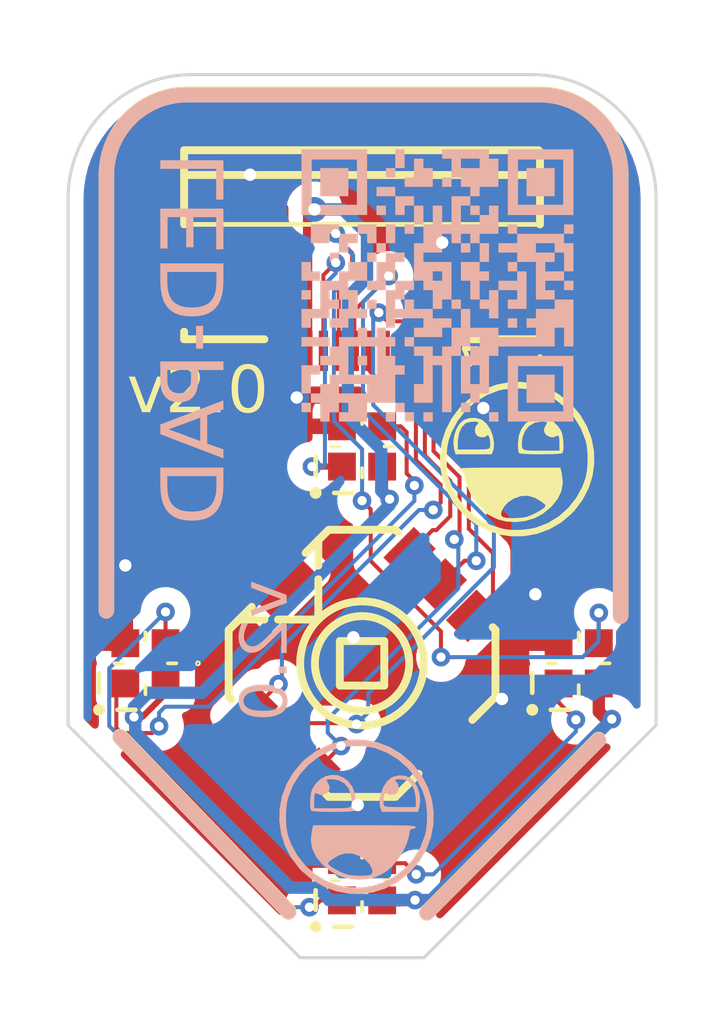
<source format=kicad_pcb>
(kicad_pcb (version 20241229) (generator "pcbnew") (generator_version "9.0")
  (layers (0 "F.Cu" power) (2 "B.Cu" power) (13 "F.Paste" user) (15 "B.Paste" user) (5 "F.SilkS" user "F.Silkscreen") (7 "B.SilkS" user "B.Silkscreen") (1 "F.Mask" user) (3 "B.Mask" user) (25 "Edge.Cuts" user))
  (net 0 "")
  (net 1 "Net-(D1-DOUT)")
  (net 2 "Net-(D2-DOUT)")
  (net 3 "Net-(D3-DOUT)")
  (net 4 "+5V")
  (net 5 "DI")
  (net 6 "GND")
  (net 7 "DO")
  (net 8 "C")
  (net 9 "B")
  (net 10 "A")
  (net 11 "COM")
  (net 12 "CENTER")
  (net 13 "D")
  (footprint "ct-kicad:LED_dilemma_SK6805-EC15_1.5x1.5mm_P0.6mm_handsolder" (layer "F.Cu") (at 143 100)
    (property "Reference" "D2" (hide yes))
    (property "Value" "SK6805-EC15" (hide yes))
    (pad "1" smd rect (at -0.65 0.65) (size 0.9 0.9) (layers "F.Cu" "F.Mask" "F.Paste") (net 1 "Net-(D1-DOUT)"))
    (pad "2" smd rect (at 0.65 0.65) (size 0.9 0.9) (layers "F.Cu" "F.Mask" "F.Paste") (net 4 "+5V"))
    (pad "3" smd rect (at 0.65 -0.65) (size 0.9 0.9) (layers "F.Cu" "F.Mask" "F.Paste") (net 2 "Net-(D2-DOUT)"))
    (pad "4" smd rect (at -0.65 -0.65) (size 0.9 0.9) (layers "F.Cu" "F.Mask" "F.Paste") (net 6 "GND"))
  )
  (footprint "ct-kicad:LED_dilemma_SK6805-EC15_1.5x1.5mm_P0.6mm_handsolder" (layer "F.Cu") (at 157 100)
    (property "Reference" "D4" (hide yes))
    (property "Value" "SK6805-EC15" (hide yes))
    (pad "1" smd rect (at -0.65 0.65) (size 0.9 0.9) (layers "F.Cu" "F.Mask" "F.Paste") (net 3 "Net-(D3-DOUT)"))
    (pad "2" smd rect (at 0.65 0.65) (size 0.9 0.9) (layers "F.Cu" "F.Mask" "F.Paste") (net 4 "+5V"))
    (pad "3" smd rect (at 0.65 -0.65) (size 0.9 0.9) (layers "F.Cu" "F.Mask" "F.Paste") (net 7 "DO"))
    (pad "4" smd rect (at -0.65 -0.65) (size 0.9 0.9) (layers "F.Cu" "F.Mask" "F.Paste") (net 6 "GND"))
  )
  (footprint "ct-kicad:LED_dilemma_SK6805-EC15_1.5x1.5mm_P0.6mm_handsolder" (layer "F.Cu") (at 150 107)
    (property "Reference" "D3" (hide yes))
    (property "Value" "SK6805-EC15" (hide yes))
    (pad "1" smd rect (at -0.65 0.65) (size 0.9 0.9) (layers "F.Cu" "F.Mask" "F.Paste") (net 2 "Net-(D2-DOUT)"))
    (pad "2" smd rect (at 0.65 0.65) (size 0.9 0.9) (layers "F.Cu" "F.Mask" "F.Paste") (net 4 "+5V"))
    (pad "3" smd rect (at 0.65 -0.65) (size 0.9 0.9) (layers "F.Cu" "F.Mask" "F.Paste") (net 3 "Net-(D3-DOUT)"))
    (pad "4" smd rect (at -0.65 -0.65) (size 0.9 0.9) (layers "F.Cu" "F.Mask" "F.Paste") (net 6 "GND"))
  )
  (footprint "ct-kicad:LED_dilemma_SK6805-EC15_1.5x1.5mm_P0.6mm_handsolder" (layer "F.Cu") (at 150 93)
    (property "Reference" "D1" (hide yes))
    (property "Value" "SK6805-EC15" (hide yes))
    (pad "1" smd rect (at -0.65 0.65) (size 0.9 0.9) (layers "F.Cu" "F.Mask" "F.Paste") (net 5 "DI"))
    (pad "2" smd rect (at 0.65 0.65) (size 0.9 0.9) (layers "F.Cu" "F.Mask" "F.Paste") (net 4 "+5V"))
    (pad "3" smd rect (at 0.65 -0.65) (size 0.9 0.9) (layers "F.Cu" "F.Mask" "F.Paste") (net 1 "Net-(D1-DOUT)"))
    (pad "4" smd rect (at -0.65 -0.65) (size 0.9 0.9) (layers "F.Cu" "F.Mask" "F.Paste") (net 6 "GND"))
  )
  (footprint "kicad-libraries:SW-SMD_SKRHACE010" (layer "F.Cu") (at 150 100 45)
    (property "Reference" "S1" (hide yes))
    (property "Value" "SKRHACE010")
    (pad "1" smd rect (at -3.599949 -1.429896 45) (size 1.400051 1) (layers "F.Cu" "F.Mask" "F.Paste") (net 10 "A"))
    (pad "2" smd rect (at -3.599949 0.000127 45) (size 1.400051 1) (layers "F.Cu" "F.Mask" "F.Paste") (net 12 "CENTER"))
    (pad "3" smd rect (at -3.599949 1.429896 45) (size 1.400051 1) (layers "F.Cu" "F.Mask" "F.Paste") (net 8 "C"))
    (pad "4" smd rect (at 3.599949 -1.429896 45) (size 1.400051 1) (layers "F.Cu" "F.Mask" "F.Paste") (net 9 "B"))
    (pad "5" smd rect (at 3.599949 0.000127 45) (size 1.400051 1) (layers "F.Cu" "F.Mask" "F.Paste") (net 11 "COM"))
    (pad "6" smd rect (at 3.599949 1.429896 45) (size 1.400051 1) (layers "F.Cu" "F.Mask" "F.Paste") (net 13 "D"))
    (pad "7" smd rect (at 0 -4.049912 45) (size 2 1.8) (layers "F.Cu" "F.Mask" "F.Paste"))
    (pad "8" smd rect (at 0 4.049912 45) (size 2 1.8) (layers "F.Cu" "F.Mask" "F.Paste"))
  )
  (footprint "ct-kicad:awesome-logo" (layer "F.Cu") (at 155.01 93.41)
    (property "Reference" "LOGO1" (hide yes))
    (property "Value" "**REF" (hide yes))
  )
  (footprint "kicad-libraries:FFC-SMD_FFC05001-12SBA124W5M" (layer "F.Cu") (at 150 88.74 180)
    (property "Reference" "J1" (hide yes))
    (property "Value" "vik-module-connector")
    (pad "1" smd rect (at -2.749936 -1.175006 180) (size 0.3 1.3) (layers "F.Cu" "F.Mask" "F.Paste") (net 6 "GND"))
    (pad "2" smd rect (at -2.250064 -1.175006 180) (size 0.3 1.3) (layers "F.Cu" "F.Mask" "F.Paste") (net 12 "CENTER"))
    (pad "3" smd rect (at -1.749936 -1.175006 180) (size 0.3 1.3) (layers "F.Cu" "F.Mask" "F.Paste") (net 13 "D"))
    (pad "4" smd rect (at -1.250064 -1.175006 180) (size 0.3 1.3) (layers "F.Cu" "F.Mask" "F.Paste") (net 8 "C"))
    (pad "5" smd rect (at -0.749936 -1.175006 180) (size 0.3 1.3) (layers "F.Cu" "F.Mask" "F.Paste") (net 9 "B"))
    (pad "6" smd rect (at -0.250064 -1.175006 180) (size 0.3 1.3) (layers "F.Cu" "F.Mask" "F.Paste") (net 10 "A"))
    (pad "7" smd rect (at 0.250064 -1.175006 180) (size 0.3 1.3) (layers "F.Cu" "F.Mask" "F.Paste") (net 11 "COM"))
    (pad "8" smd rect (at 0.749936 -1.175006 180) (size 0.3 1.3) (layers "F.Cu" "F.Mask" "F.Paste") (net 7 "DO"))
    (pad "9" smd rect (at 1.250064 -1.175006 180) (size 0.3 1.3) (layers "F.Cu" "F.Mask" "F.Paste") (net 5 "DI"))
    (pad "10" smd rect (at 1.749936 -1.175006 180) (size 0.3 1.3) (layers "F.Cu" "F.Mask" "F.Paste") (net 4 "+5V"))
    (pad "11" smd rect (at 2.250064 -1.175006 180) (size 0.3 1.3) (layers "F.Cu" "F.Mask" "F.Paste") (net 6 "GND"))
    (pad "12" smd rect (at 2.749936 -1.175006 180) (size 0.3 1.3) (layers "F.Cu" "F.Mask" "F.Paste") (net 6 "GND"))
    (pad "13" smd rect (at 4.725044 1.174752 180) (size 2.4 3) (layers "F.Cu" "F.Mask" "F.Paste"))
    (pad "14" smd rect (at -4.725044 1.175006 180) (size 2.4 3) (layers "F.Cu" "F.Mask" "F.Paste"))
  )
  (footprint "ct-kicad:led-pad-qr-10mm" (layer "B.Cu") (at 152.45 87.79 180)
    (property "Reference" "LOGO3" (hide yes))
    (property "Value" "**REF" (hide yes))
  )
  (footprint "ct-kicad:awesome-logo" (layer "B.Cu") (at 149.82 104.95 180)
    (property "Reference" "LOGO2" (hide yes))
    (property "Value" "**REF" (hide yes))
  )
  (gr_arc (start 155.750089 81.63) (mid 157.592135 82.390944) (end 158.360095 84.230076) (stroke (width 0.5)) (layer "F.SilkS"))
  (gr_line (start 158.360081 84.230076) (end 158.360081 98.46) (stroke (width 0.5)) (layer "F.SilkS"))
  (gr_line (start 142.19 102.36) (end 147.63 108) (stroke (width 0.5)) (layer "F.SilkS"))
  (gr_line (start 152.1 108.03) (end 157.64 102.46) (stroke (width 0.5)) (layer "F.SilkS"))
  (gr_arc (start 141.739924 84.240006) (mid 142.500868 82.39796) (end 144.34 81.63) (stroke (width 0.5)) (layer "F.SilkS"))
  (gr_line (start 144.34 81.63) (end 155.65 81.63) (stroke (width 0.5)) (layer "F.SilkS"))
  (gr_line (start 141.739924 84.240006) (end 141.739924 98.29) (stroke (width 0.5)) (layer "F.SilkS"))
  (gr_line (start 144.335 81.65) (end 155.645 81.65) (stroke (width 0.5)) (layer "B.SilkS"))
  (gr_arc (start 155.745089 81.65) (mid 157.587135 82.410944) (end 158.355095 84.250076) (stroke (width 0.5)) (layer "B.SilkS"))
  (gr_line (start 142.185 102.38) (end 147.625 108.02) (stroke (width 0.5)) (layer "B.SilkS"))
  (gr_arc (start 141.734924 84.260006) (mid 142.495868 82.41796) (end 144.335 81.65) (stroke (width 0.5)) (layer "B.SilkS"))
  (gr_line (start 141.734924 84.260006) (end 141.734924 98.31) (stroke (width 0.5)) (layer "B.SilkS"))
  (gr_line (start 158.355081 84.250076) (end 158.355081 98.48) (stroke (width 0.5)) (layer "B.SilkS"))
  (gr_line (start 152.095 108.05) (end 157.635 102.48) (stroke (width 0.5)) (layer "B.SilkS"))
  (gr_line (start 148 109.5) (end 150 109.5) (stroke (width 0.1)) (layer "Edge.Cuts"))
  (gr_line (start 155.5 81) (end 144.5 81) (stroke (width 0.1)) (layer "Edge.Cuts"))
  (gr_line (start 148 109.5) (end 140.5 102) (stroke (width 0.1)) (layer "Edge.Cuts"))
  (gr_line (start 159.5 100) (end 159.5 102) (stroke (width 0.1)) (layer "Edge.Cuts"))
  (gr_arc (start 155.5 81) (mid 158.328427 82.171573) (end 159.5 85) (stroke (width 0.1)) (layer "Edge.Cuts"))
  (gr_arc (start 140.5 85) (mid 141.671573 82.171573) (end 144.5 81) (stroke (width 0.1)) (layer "Edge.Cuts"))
  (gr_line (start 140.5 100) (end 140.5 102) (stroke (width 0.1)) (layer "Edge.Cuts"))
  (gr_line (start 140.5 100) (end 140.5 85) (stroke (width 0.1)) (layer "Edge.Cuts"))
  (gr_line (start 159.5 100) (end 159.5 85) (stroke (width 0.1)) (layer "Edge.Cuts"))
  (gr_line (start 150 109.5) (end 152 109.5) (stroke (width 0.1)) (layer "Edge.Cuts"))
  (gr_line (start 159.5 102) (end 152 109.5) (stroke (width 0.1)) (layer "Edge.Cuts"))
  (gr_text "v2.0" (at 142.4 92.15 0) (layer "F.SilkS") (effects (font (size 1.5 1.5) (thickness 0.1875)) (justify left bottom)))
  (gr_text "LED-PAD" (at 145.86 83.49 90) (layer "B.SilkS") (effects (font (size 2 2)) (justify left bottom mirror)))
  (gr_text "v2.0" (at 147.82 97.3 90) (layer "B.SilkS") (effects (font (size 1.5 1.5) (thickness 0.1875)) (justify left bottom mirror)))
  (segment (start 143.22 102.25) (end 142.23 102.25) (width 0.13) (layer "F.Cu") (net 1))
  (segment (start 142.23 102.25) (end 142.06 102.08) (width 0.13) (layer "F.Cu") (net 1))
  (segment (start 151.62 94.19) (end 151.69 94.26) (width 0.13) (layer "F.Cu") (net 1))
  (segment (start 143.44 102.03) (end 143.22 102.25) (width 0.13) (layer "F.Cu") (net 1))
  (segment (start 142.06 102.08) (end 142.06 100.94) (width 0.13) (layer "F.Cu") (net 1))
  (segment (start 151.44 92.54) (end 151.44 93.87) (width 0.13) (layer "F.Cu") (net 1))
  (segment (start 142.06 100.94) (end 142.35 100.65) (width 0.13) (layer "F.Cu") (net 1))
  (segment (start 151.44 93.87) (end 151.62 94.05) (width 0.13) (layer "F.Cu") (net 1))
  (segment (start 151.25 92.35) (end 151.44 92.54) (width 0.13) (layer "F.Cu") (net 1))
  (segment (start 151.62 94.05) (end 151.62 94.19) (width 0.13) (layer "F.Cu") (net 1))
  (segment (start 150.65 92.35) (end 151.25 92.35) (width 0.13) (layer "F.Cu") (net 1))
  (via (at 151.69 94.26) (size 0.6) (drill 0.3) (layers "F.Cu" "B.Cu") (net 1))
  (via (at 143.44 102.03) (size 0.6) (drill 0.3) (layers "F.Cu" "B.Cu") (net 1))
  (segment (start 151.69 94.76) (end 151.69 94.26) (width 0.13) (layer "B.Cu") (net 1))
  (segment (start 143.44 102.03) (end 143.44 101.59) (width 0.13) (layer "B.Cu") (net 1))
  (segment (start 143.44 101.59) (end 143.63 101.4) (width 0.13) (layer "B.Cu") (net 1))
  (segment (start 143.63 101.4) (end 145.05 101.4) (width 0.13) (layer "B.Cu") (net 1))
  (segment (start 145.05 101.4) (end 151.69 94.76) (width 0.13) (layer "B.Cu") (net 1))
  (segment (start 148.44 107.87) (end 148.66 107.65) (width 0.13) (layer "F.Cu") (net 2))
  (segment (start 143.65 98.34) (end 143.65 99.35) (width 0.13) (layer "F.Cu") (net 2))
  (segment (start 148.3 107.87) (end 148.44 107.87) (width 0.13) (layer "F.Cu") (net 2))
  (segment (start 148.66 107.65) (end 149.35 107.65) (width 0.13) (layer "F.Cu") (net 2))
  (via (at 148.3 107.87) (size 0.6) (drill 0.3) (layers "F.Cu" "B.Cu") (net 2))
  (via (at 143.65 98.34) (size 0.6) (drill 0.3) (layers "F.Cu" "B.Cu") (net 2))
  (segment (start 141.83 100.16) (end 141.83 102.02) (width 0.13) (layer "B.Cu") (net 2))
  (segment (start 143.65 98.34) (end 141.83 100.16) (width 0.13) (layer "B.Cu") (net 2))
  (segment (start 141.83 102.02) (end 147.68 107.87) (width 0.13) (layer "B.Cu") (net 2))
  (segment (start 147.68 107.87) (end 148.3 107.87) (width 0.13) (layer "B.Cu") (net 2))
  (segment (start 151.39 106.45) (end 150.75 106.45) (width 0.13) (layer "F.Cu") (net 3))
  (segment (start 156.35 101.26) (end 156.35 100.65) (width 0.13) (layer "F.Cu") (net 3))
  (segment (start 151.75 106.81) (end 151.39 106.45) (width 0.13) (layer "F.Cu") (net 3))
  (segment (start 150.75 106.45) (end 150.65 106.35) (width 0.13) (layer "F.Cu") (net 3))
  (segment (start 156.91 101.82) (end 156.35 101.26) (width 0.13) (layer "F.Cu") (net 3))
  (via (at 156.91 101.82) (size 0.6) (drill 0.3) (layers "F.Cu" "B.Cu") (net 3))
  (via (at 151.75 106.81) (size 0.6) (drill 0.3) (layers "F.Cu" "B.Cu") (net 3))
  (segment (start 156.91 102.2) (end 156.91 101.82) (width 0.13) (layer "B.Cu") (net 3))
  (segment (start 152.3 106.81) (end 156.91 102.2) (width 0.13) (layer "B.Cu") (net 3))
  (segment (start 151.75 106.81) (end 152.3 106.81) (width 0.13) (layer "B.Cu") (net 3))
  (segment (start 148.46 85.35) (end 148.24 85.57) (width 0.3) (layer "F.Cu") (net 4))
  (segment (start 151.22 107.64) (end 151.21 107.65) (width 0.4) (layer "F.Cu") (net 4))
  (segment (start 151.21 107.65) (end 150.65 107.65) (width 0.4) (layer "F.Cu") (net 4))
  (segment (start 151.71 107.64) (end 151.22 107.64) (width 0.4) (layer "F.Cu") (net 4))
  (segment (start 148.24 89.904942) (end 148.250064 89.915006) (width 0.3) (layer "F.Cu") (net 4))
  (segment (start 150.89 94.7) (end 150.64 94.45) (width 0.4) (layer "F.Cu") (net 4))
  (segment (start 157.83 101.74) (end 157.65 101.56) (width 0.4) (layer "F.Cu") (net 4))
  (segment (start 143.65 100.98) (end 143.65 100.65) (width 0.2) (layer "F.Cu") (net 4))
  (segment (start 158.07 101.8) (end 158.01 101.74) (width 0.4) (layer "F.Cu") (net 4))
  (segment (start 150.65 94.09) (end 150.65 93.65) (width 0.4) (layer "F.Cu") (net 4))
  (segment (start 142.64 101.72) (end 142.91 101.72) (width 0.2) (layer "F.Cu") (net 4))
  (segment (start 142.91 101.72) (end 143.65 100.98) (width 0.2) (layer "F.Cu") (net 4))
  (segment (start 150.64 94.45) (end 150.64 94.1) (width 0.4) (layer "F.Cu") (net 4))
  (segment (start 157.65 101.56) (end 157.65 100.65) (width 0.4) (layer "F.Cu") (net 4))
  (segment (start 150.64 94.1) (end 150.65 94.09) (width 0.4) (layer "F.Cu") (net 4))
  (segment (start 142.63 101.73) (end 142.64 101.72) (width 0.2) (layer "F.Cu") (net 4))
  (segment (start 148.24 85.57) (end 148.24 89.904942) (width 0.3) (layer "F.Cu") (net 4))
  (segment (start 158.01 101.74) (end 157.83 101.74) (width 0.4) (layer "F.Cu") (net 4))
  (via (at 148.46 85.35) (size 0.8) (drill 0.4) (layers "F.Cu" "B.Cu") (net 4))
  (via (at 150.89 94.7) (size 0.6) (drill 0.3) (layers "F.Cu" "B.Cu") (net 4))
  (via (at 158.07 101.8) (size 0.6) (drill 0.3) (layers "F.Cu" "B.Cu") (net 4))
  (via (at 142.63 101.73) (size 0.6) (drill 0.3) (layers "F.Cu" "B.Cu") (net 4))
  (via (at 151.71 107.64) (size 0.6) (drill 0.3) (layers "F.Cu" "B.Cu") (net 4))
  (segment (start 149.54 92.02) (end 150.62 93.1) (width 0.4) (layer "B.Cu") (net 4))
  (segment (start 148.46 85.35) (end 149.38 85.35) (width 0.4) (layer "B.Cu") (net 4))
  (segment (start 148.931 107.608631) (end 148.931 107.64) (width 0.4) (layer "B.Cu") (net 4))
  (segment (start 147.679 107.239) (end 148.561369 107.239) (width 0.4) (layer "B.Cu") (net 4))
  (segment (start 150.16 87.56) (end 149.54 88.18) (width 0.4) (layer "B.Cu") (net 4))
  (segment (start 142.63 101.41) (end 143.09 100.95) (width 0.4) (layer "B.Cu") (net 4))
  (segment (start 150.16 86.13) (end 150.16 87.56) (width 0.4) (layer "B.Cu") (net 4))
  (segment (start 151.71 107.64) (end 152.23 107.64) (width 0.4) (layer "B.Cu") (net 4))
  (segment (start 142.67 102.23) (end 147.679 107.239) (width 0.4) (layer "B.Cu") (net 4))
  (segment (start 144.83 100.95) (end 150.89 94.89) (width 0.4) (layer "B.Cu") (net 4))
  (segment (start 150.62 93.1) (end 150.62 94.43) (width 0.4) (layer "B.Cu") (net 4))
  (segment (start 149.54 88.18) (end 149.54 92.02) (width 0.4) (layer "B.Cu") (net 4))
  (segment (start 143.09 100.95) (end 144.83 100.95) (width 0.4) (layer "B.Cu") (net 4))
  (segment (start 150.62 94.43) (end 150.89 94.7) (width 0.4) (layer "B.Cu") (net 4))
  (segment (start 142.63 101.73) (end 142.63 101.41) (width 0.4) (layer "B.Cu") (net 4))
  (segment (start 148.561369 107.239) (end 148.931 107.608631) (width 0.4) (layer "B.Cu") (net 4))
  (segment (start 152.23 107.64) (end 158.07 101.8) (width 0.4) (layer "B.Cu") (net 4))
  (segment (start 150.89 94.89) (end 150.89 94.7) (width 0.4) (layer "B.Cu") (net 4))
  (segment (start 148.931 107.64) (end 151.71 107.64) (width 0.4) (layer "B.Cu") (net 4))
  (segment (start 142.67 101.77) (end 142.67 102.23) (width 0.4) (layer "B.Cu") (net 4))
  (segment (start 149.38 85.35) (end 150.16 86.13) (width 0.4) (layer "B.Cu") (net 4))
  (segment (start 142.63 101.73) (end 142.67 101.77) (width 0.4) (layer "B.Cu") (net 4))
  (segment (start 148.38 93.65) (end 149.35 93.65) (width 0.2) (layer "F.Cu") (net 5))
  (segment (start 148.749936 87.470064) (end 149.15 87.07) (width 0.13) (layer "F.Cu") (net 5))
  (segment (start 148.749936 89.915006) (end 148.749936 87.470064) (width 0.13) (layer "F.Cu") (net 5))
  (via (at 148.38 93.65) (size 0.6) (drill 0.3) (layers "F.Cu" "B.Cu") (net 5))
  (via (at 149.15 87.07) (size 0.6) (drill 0.3) (layers "F.Cu" "B.Cu") (net 5))
  (segment (start 148.8 93.6) (end 148.8 87.76) (width 0.13) (layer "B.Cu") (net 5))
  (segment (start 148.38 93.65) (end 148.75 93.65) (width 0.13) (layer "B.Cu") (net 5))
  (segment (start 148.75 93.65) (end 148.8 93.6) (width 0.13) (layer "B.Cu") (net 5))
  (segment (start 148.8 87.76) (end 149.15 87.41) (width 0.13) (layer "B.Cu") (net 5))
  (segment (start 149.15 87.41) (end 149.15 87.07) (width 0.13) (layer "B.Cu") (net 5))
  (segment (start 152.749936 86.579936) (end 152.59 86.42) (width 0.3) (layer "F.Cu") (net 6))
  (segment (start 147.749936 88.729936) (end 147.64 88.62) (width 0.3) (layer "F.Cu") (net 6))
  (segment (start 156.35 98.52) (end 156.35 99.35) (width 0.4) (layer "F.Cu") (net 6))
  (segment (start 149.35 106.35) (end 149.35 105.08) (width 0.4) (layer "F.Cu") (net 6))
  (segment (start 149.35 105.08) (end 149.86 104.57) (width 0.4) (layer "F.Cu") (net 6))
  (segment (start 147.47 88.45) (end 147.64 88.62) (width 0.3) (layer "F.Cu") (net 6))
  (segment (start 146.38 84.23) (end 147.47 85.32) (width 0.3) (layer "F.Cu") (net 6))
  (segment (start 147.959936 91.350064) (end 147.89 91.42) (width 0.3) (layer "F.Cu") (net 6))
  (segment (start 152.749936 90.929936) (end 153.58 91.76) (width 0.3) (layer "F.Cu") (net 6))
  (segment (start 149.16 91.42) (end 149.35 91.61) (width 0.4) (layer "F.Cu") (net 6))
  (segment (start 152.959936 89.915006) (end 152.749936 89.915006) (width 0.3) (layer "F.Cu") (net 6))
  (segment (start 152.959936 89.915006) (end 153.924994 89.915006) (width 0.3) (layer "F.Cu") (net 6))
  (segment (start 149.35 91.61) (end 149.35 92.35) (width 0.4) (layer "F.Cu") (net 6))
  (segment (start 147.749936 89.915006) (end 147.749936 88.729936) (width 0.3) (layer "F.Cu") (net 6))
  (segment (start 153.924994 89.915006) (end 153.93 89.91) (width 0.3) (layer "F.Cu") (net 6))
  (segment (start 147.749936 89.915006) (end 147.749936 91.279936) (width 0.3) (layer "F.Cu") (net 6))
  (segment (start 147.749936 91.279936) (end 147.89 91.42) (width 0.3) (layer "F.Cu") (net 6))
  (segment (start 142.35 99.35) (end 142.35 96.84) (width 0.4) (layer "F.Cu") (net 6))
  (segment (start 147.89 91.42) (end 149.16 91.42) (width 0.4) (layer "F.Cu") (net 6))
  (segment (start 155.6 97.77) (end 156.35 98.52) (width 0.4) (layer "F.Cu") (net 6))
  (segment (start 152.749936 89.915006) (end 152.749936 86.579936) (width 0.3) (layer "F.Cu") (net 6))
  (segment (start 152.749936 89.915006) (end 152.749936 90.929936) (width 0.3) (layer "F.Cu") (net 6))
  (segment (start 153.58 91.76) (end 153.92 91.76) (width 0.3) (layer "F.Cu") (net 6))
  (segment (start 147.47 85.32) (end 147.47 88.45) (width 0.3) (layer "F.Cu") (net 6))
  (via (at 149.72 99.16) (size 0.8) (drill 0.4) (layers "F.Cu" "B.Cu") (net 6))
  (via (at 142.35 96.84) (size 0.8) (drill 0.4) (layers "F.Cu" "B.Cu") (net 6))
  (via (at 154.52 101.15) (size 0.8) (drill 0.4) (layers "F.Cu" "B.Cu") (net 6))
  (via (at 155.6 97.77) (size 0.8) (drill 0.4) (layers "F.Cu" "B.Cu") (net 6))
  (via (at 152.59 86.42) (size 0.8) (drill 0.4) (layers "F.Cu" "B.Cu") (net 6))
  (via (at 147.89 91.42) (size 0.8) (drill 0.4) (layers "F.Cu" "B.Cu") (net 6))
  (via (at 149.86 104.57) (size 0.8) (drill 0.4) (layers "F.Cu" "B.Cu") (net 6))
  (via (at 146.38 84.23) (size 0.8) (drill 0.4) (layers "F.Cu" "B.Cu") (net 6))
  (via (at 153.92 91.76) (size 0.8) (drill 0.4) (layers "F.Cu" "B.Cu") (net 6))
  (segment (start 152.55 98.97) (end 152.55 99.8) (width 0.13) (layer "F.Cu") (net 7))
  (segment (start 150.28 95.03) (end 150.28 96.7) (width 0.13) (layer "F.Cu") (net 7))
  (segment (start 150 94.75) (end 150.28 95.03) (width 0.13) (layer "F.Cu") (net 7))
  (segment (start 157.65 98.37) (end 157.65 99.35) (width 0.13) (layer "F.Cu") (net 7))
  (segment (start 149.250064 88.82) (end 149.250064 89.915006) (width 0.13) (layer "F.Cu") (net 7))
  (segment (start 149.25 88.819936) (end 149.250064 88.82) (width 0.13) (layer "F.Cu") (net 7))
  (segment (start 150.28 96.7) (end 152.55 98.97) (width 0.13) (layer "F.Cu") (net 7))
  (segment (start 149.25 87.77) (end 149.68 87.34) (width 0.13) (layer "F.Cu") (net 7))
  (segment (start 149.15 86.23) (end 149.15 86.13) (width 0.13) (layer "F.Cu") (net 7))
  (segment (start 149.68 86.76) (end 149.15 86.23) (width 0.13) (layer "F.Cu") (net 7))
  (segment (start 149.25 88.819936) (end 149.25 87.77) (width 0.13) (layer "F.Cu") (net 7))
  (segment (start 149.68 87.34) (end 149.68 86.76) (width 0.13) (layer "F.Cu") (net 7))
  (via (at 149.15 86.13) (size 0.6) (drill 0.3) (layers "F.Cu" "B.Cu") (net 7))
  (via (at 152.55 99.8) (size 0.6) (drill 0.3) (layers "F.Cu" "B.Cu") (net 7))
  (via (at 157.65 98.37) (size 0.6) (drill 0.3) (layers "F.Cu" "B.Cu") (net 7))
  (via (at 150 94.75) (size 0.6) (drill 0.3) (layers "F.Cu" "B.Cu") (net 7))
  (segment (start 149.15 86.13) (end 149.15 86.27) (width 0.13) (layer "B.Cu") (net 7))
  (segment (start 149.71 86.83) (end 149.71 87.39) (width 0.13) (layer "B.Cu") (net 7))
  (segment (start 150 93.09) (end 150 94.75) (width 0.13) (layer "B.Cu") (net 7))
  (segment (start 157.64 99.29) (end 157.13 99.8) (width 0.13) (layer "B.Cu") (net 7))
  (segment (start 149.09 92.18) (end 150 93.09) (width 0.13) (layer "B.Cu") (net 7))
  (segment (start 157.65 98.37) (end 157.64 98.38) (width 0.13) (layer "B.Cu") (net 7))
  (segment (start 157.64 98.38) (end 157.64 99.29) (width 0.13) (layer "B.Cu") (net 7))
  (segment (start 149.09 88.01) (end 149.09 92.18) (width 0.13) (layer "B.Cu") (net 7))
  (segment (start 149.15 86.27) (end 149.71 86.83) (width 0.13) (layer "B.Cu") (net 7))
  (segment (start 157.13 99.8) (end 152.55 99.8) (width 0.13) (layer "B.Cu") (net 7))
  (segment (start 149.71 87.39) (end 149.09 88.01) (width 0.13) (layer "B.Cu") (net 7))
  (segment (start 153.15 93.99) (end 153.15 95.83) (width 0.13) (layer "F.Cu") (net 8))
  (segment (start 152.31 91.75) (end 152.31 93.15) (width 0.13) (layer "F.Cu") (net 8))
  (segment (start 153.15 95.83) (end 152.98 96) (width 0.13) (layer "F.Cu") (net 8))
  (segment (start 151.250064 90.690064) (end 152.31 91.75) (width 0.13) (layer "F.Cu") (net 8))
  (segment (start 149.32 102.67) (end 148.47972 103.51028) (width 0.13) (layer "F.Cu") (net 8))
  (segment (start 151.250064 89.915006) (end 151.250064 90.690064) (width 0.13) (layer "F.Cu") (net 8))
  (segment (start 148.47972 103.51028) (end 148.47972 103.535534) (width 0.13) (layer "F.Cu") (net 8))
  (segment (start 152.31 93.15) (end 153.15 93.99) (width 0.13) (layer "F.Cu") (net 8))
  (via (at 149.32 102.67) (size 0.6) (drill 0.3) (layers "F.Cu" "B.Cu") (net 8))
  (via (at 152.98 96) (size 0.6) (drill 0.3) (layers "F.Cu" "B.Cu") (net 8))
  (segment (start 148.89 102.24) (end 148.89 101.8) (width 0.13) (layer "B.Cu") (net 8))
  (segment (start 149.32 102.67) (end 148.89 102.24) (width 0.13) (layer "B.Cu") (net 8))
  (segment (start 153.11 96.13) (end 152.98 96) (width 0.13) (layer "B.Cu") (net 8))
  (segment (start 148.89 101.8) (end 153.11 97.58) (width 0.13) (layer "B.Cu") (net 8))
  (segment (start 153.11 97.58) (end 153.11 96.13) (width 0.13) (layer "B.Cu") (net 8))
  (segment (start 150.749936 90.649936) (end 152.03 91.93) (width 0.13) (layer "F.Cu") (net 9))
  (segment (start 152.03 93.29) (end 152.85 94.11) (width 0.13) (layer "F.Cu") (net 9))
  (segment (start 152.85 95.25) (end 152.4 95.7) (width 0.13) (layer "F.Cu") (net 9))
  (segment (start 152.277821 95.7) (end 151.534459 96.443362) (width 0.13) (layer "F.Cu") (net 9))
  (segment (start 150.749936 89.915006) (end 150.749936 90.649936) (width 0.13) (layer "F.Cu") (net 9))
  (segment (start 152.85 94.11) (end 152.85 95.25) (width 0.13) (layer "F.Cu") (net 9))
  (segment (start 152.03 91.93) (end 152.03 93.29) (width 0.13) (layer "F.Cu") (net 9))
  (segment (start 152.4 95.7) (end 152.277821 95.7) (width 0.13) (layer "F.Cu") (net 9))
  (segment (start 152.54 94.24) (end 152.54 94.81) (width 0.13) (layer "F.Cu") (net 10))
  (segment (start 151.74 93.44) (end 152.54 94.24) (width 0.13) (layer "F.Cu") (net 10))
  (segment (start 147.3 100.67) (end 146.464466 101.505534) (width 0.13) (layer "F.Cu") (net 10))
  (segment (start 150.250064 89.915006) (end 150.250064 90.570064) (width 0.13) (layer "F.Cu") (net 10))
  (segment (start 150.250064 90.570064) (end 151.74 92.06) (width 0.13) (layer "F.Cu") (net 10))
  (segment (start 151.74 92.06) (end 151.74 93.44) (width 0.13) (layer "F.Cu") (net 10))
  (segment (start 152.54 94.81) (end 152.3 95.05) (width 0.13) (layer "F.Cu") (net 10))
  (segment (start 146.464466 101.505534) (end 146.464466 101.52028) (width 0.13) (layer "F.Cu") (net 10))
  (via (at 152.3 95.05) (size 0.6) (drill 0.3) (layers "F.Cu" "B.Cu") (net 10))
  (via (at 147.3 100.67) (size 0.6) (drill 0.3) (layers "F.Cu" "B.Cu") (net 10))
  (segment (start 147.41 100.56) (end 147.41 99.48) (width 0.13) (layer "B.Cu") (net 10))
  (segment (start 147.41 99.48) (end 151.84 95.05) (width 0.13) (layer "B.Cu") (net 10))
  (segment (start 147.3 100.67) (end 147.41 100.56) (width 0.13) (layer "B.Cu") (net 10))
  (segment (start 151.84 95.05) (end 152.3 95.05) (width 0.13) (layer "B.Cu") (net 10))
  (segment (start 153.310179 96.69) (end 152.545638 97.454541) (width 0.13) (layer "F.Cu") (net 11))
  (segment (start 150.86 87.51) (end 149.749936 88.620064) (width 0.13) (layer "F.Cu") (net 11))
  (segment (start 150.86 87.5) (end 150.86 87.51) (width 0.13) (layer "F.Cu") (net 11))
  (segment (start 149.749936 88.620064) (end 149.749936 89.915006) (width 0.13) (layer "F.Cu") (net 11))
  (segment (start 153.69 96.69) (end 153.310179 96.69) (width 0.13) (layer "F.Cu") (net 11))
  (via (at 153.69 96.69) (size 0.6) (drill 0.3) (layers "F.Cu" "B.Cu") (net 11))
  (via (at 150.86 87.5) (size 0.6) (drill 0.3) (layers "F.Cu" "B.Cu") (net 11))
  (segment (start 150.86 87.5) (end 150.03 88.33) (width 0.13) (layer "B.Cu") (net 11))
  (segment (start 150.03 88.33) (end 150.03 91.84) (width 0.13) (layer "B.Cu") (net 11))
  (segment (start 153.69 95.5) (end 153.69 96.69) (width 0.13) (layer "B.Cu") (net 11))
  (segment (start 150.03 91.84) (end 153.69 95.5) (width 0.13) (layer "B.Cu") (net 11))
  (segment (start 150.82 88.96) (end 152.09 88.96) (width 0.13) (layer "F.Cu") (net 12))
  (segment (start 147.454541 102.545638) (end 148.070179 101.93) (width 0.13) (layer "F.Cu") (net 12))
  (segment (start 149.79 101.93) (end 149.82 101.96) (width 0.13) (layer "F.Cu") (net 12))
  (segment (start 148.070179 101.93) (end 149.79 101.93) (width 0.13) (layer "F.Cu") (net 12))
  (segment (start 152.250064 89.915006) (end 152.250064 89.120064) (width 0.13) (layer "F.Cu") (net 12))
  (segment (start 152.250064 89.120064) (end 152.09 88.96) (width 0.13) (layer "F.Cu") (net 12))
  (segment (start 150.54 88.68) (end 150.82 88.96) (width 0.13) (layer "F.Cu") (net 12))
  (via (at 149.82 101.96) (size 0.6) (drill 0.3) (layers "F.Cu" "B.Cu") (net 12))
  (via (at 150.54 88.68) (size 0.6) (drill 0.3) (layers "F.Cu" "B.Cu") (net 12))
  (segment (start 150.36 91.66) (end 154.26 95.56) (width 0.13) (layer "B.Cu") (net 12))
  (segment (start 150.2 100.96) (end 150.2 101.58) (width 0.13) (layer "B.Cu") (net 12))
  (segment (start 150.2 101.58) (end 149.82 101.96) (width 0.13) (layer "B.Cu") (net 12))
  (segment (start 154.26 95.56) (end 154.26 96.9) (width 0.13) (layer "B.Cu") (net 12))
  (segment (start 150.54 88.68) (end 150.36 88.86) (width 0.13) (layer "B.Cu") (net 12))
  (segment (start 150.36 88.86) (end 150.36 91.66) (width 0.13) (layer "B.Cu") (net 12))
  (segment (start 154.26 96.9) (end 150.2 100.96) (width 0.13) (layer "B.Cu") (net 12))
  (segment (start 153.45 93.87) (end 153.45 95.66) (width 0.13) (layer "F.Cu") (net 13))
  (segment (start 151.749936 89.915006) (end 151.749936 90.729936) (width 0.13) (layer "F.Cu") (net 13))
  (segment (start 152.59 91.57) (end 152.59 93.01) (width 0.13) (layer "F.Cu") (net 13))
  (segment (start 154.23 97.792179) (end 153.556638 98.465541) (width 0.13) (layer "F.Cu") (net 13))
  (segment (start 153.45 95.66) (end 154.23 96.44) (width 0.13) (layer "F.Cu") (net 13))
  (segment (start 152.59 93.01) (end 153.45 93.87) (width 0.13) (layer "F.Cu") (net 13))
  (segment (start 151.749936 90.729936) (end 152.59 91.57) (width 0.13) (layer "F.Cu") (net 13))
  (segment (start 154.23 96.44) (end 154.23 97.792179) (width 0.13) (layer "F.Cu") (net 13))
  (zone (net 6) (net_name "GND") (layers "F.Cu" "B.Cu") (connect_pads (clearance 0.5)) (min_thickness 0.25) (fill yes (thermal_gap 0.5) (thermal_bridge_width 0.5))
    (polygon (pts (xy 139.06 79.74) (xy 161.44 79.69) (xy 161.58 111.64) (xy 138.3 111.43)))
  )
)
</source>
